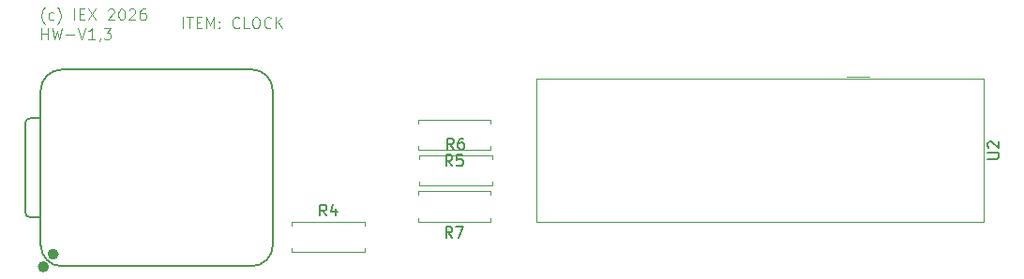
<source format=gbr>
%TF.GenerationSoftware,KiCad,Pcbnew,9.0.6*%
%TF.CreationDate,2026-01-12T08:11:24-05:00*%
%TF.ProjectId,clock,636c6f63-6b2e-46b6-9963-61645f706362,rev?*%
%TF.SameCoordinates,Original*%
%TF.FileFunction,Legend,Top*%
%TF.FilePolarity,Positive*%
%FSLAX46Y46*%
G04 Gerber Fmt 4.6, Leading zero omitted, Abs format (unit mm)*
G04 Created by KiCad (PCBNEW 9.0.6) date 2026-01-12 08:11:24*
%MOMM*%
%LPD*%
G01*
G04 APERTURE LIST*
%ADD10C,0.100000*%
%ADD11C,0.150000*%
%ADD12C,0.127000*%
%ADD13C,0.504000*%
%ADD14C,0.120000*%
G04 APERTURE END LIST*
D10*
X95053884Y-102372419D02*
X95053884Y-101372419D01*
X95387217Y-101372419D02*
X95958645Y-101372419D01*
X95672931Y-102372419D02*
X95672931Y-101372419D01*
X96291979Y-101848609D02*
X96625312Y-101848609D01*
X96768169Y-102372419D02*
X96291979Y-102372419D01*
X96291979Y-102372419D02*
X96291979Y-101372419D01*
X96291979Y-101372419D02*
X96768169Y-101372419D01*
X97196741Y-102372419D02*
X97196741Y-101372419D01*
X97196741Y-101372419D02*
X97530074Y-102086704D01*
X97530074Y-102086704D02*
X97863407Y-101372419D01*
X97863407Y-101372419D02*
X97863407Y-102372419D01*
X98339598Y-102277180D02*
X98387217Y-102324800D01*
X98387217Y-102324800D02*
X98339598Y-102372419D01*
X98339598Y-102372419D02*
X98291979Y-102324800D01*
X98291979Y-102324800D02*
X98339598Y-102277180D01*
X98339598Y-102277180D02*
X98339598Y-102372419D01*
X98339598Y-101753371D02*
X98387217Y-101800990D01*
X98387217Y-101800990D02*
X98339598Y-101848609D01*
X98339598Y-101848609D02*
X98291979Y-101800990D01*
X98291979Y-101800990D02*
X98339598Y-101753371D01*
X98339598Y-101753371D02*
X98339598Y-101848609D01*
X100149121Y-102277180D02*
X100101502Y-102324800D01*
X100101502Y-102324800D02*
X99958645Y-102372419D01*
X99958645Y-102372419D02*
X99863407Y-102372419D01*
X99863407Y-102372419D02*
X99720550Y-102324800D01*
X99720550Y-102324800D02*
X99625312Y-102229561D01*
X99625312Y-102229561D02*
X99577693Y-102134323D01*
X99577693Y-102134323D02*
X99530074Y-101943847D01*
X99530074Y-101943847D02*
X99530074Y-101800990D01*
X99530074Y-101800990D02*
X99577693Y-101610514D01*
X99577693Y-101610514D02*
X99625312Y-101515276D01*
X99625312Y-101515276D02*
X99720550Y-101420038D01*
X99720550Y-101420038D02*
X99863407Y-101372419D01*
X99863407Y-101372419D02*
X99958645Y-101372419D01*
X99958645Y-101372419D02*
X100101502Y-101420038D01*
X100101502Y-101420038D02*
X100149121Y-101467657D01*
X101053883Y-102372419D02*
X100577693Y-102372419D01*
X100577693Y-102372419D02*
X100577693Y-101372419D01*
X101577693Y-101372419D02*
X101768169Y-101372419D01*
X101768169Y-101372419D02*
X101863407Y-101420038D01*
X101863407Y-101420038D02*
X101958645Y-101515276D01*
X101958645Y-101515276D02*
X102006264Y-101705752D01*
X102006264Y-101705752D02*
X102006264Y-102039085D01*
X102006264Y-102039085D02*
X101958645Y-102229561D01*
X101958645Y-102229561D02*
X101863407Y-102324800D01*
X101863407Y-102324800D02*
X101768169Y-102372419D01*
X101768169Y-102372419D02*
X101577693Y-102372419D01*
X101577693Y-102372419D02*
X101482455Y-102324800D01*
X101482455Y-102324800D02*
X101387217Y-102229561D01*
X101387217Y-102229561D02*
X101339598Y-102039085D01*
X101339598Y-102039085D02*
X101339598Y-101705752D01*
X101339598Y-101705752D02*
X101387217Y-101515276D01*
X101387217Y-101515276D02*
X101482455Y-101420038D01*
X101482455Y-101420038D02*
X101577693Y-101372419D01*
X103006264Y-102277180D02*
X102958645Y-102324800D01*
X102958645Y-102324800D02*
X102815788Y-102372419D01*
X102815788Y-102372419D02*
X102720550Y-102372419D01*
X102720550Y-102372419D02*
X102577693Y-102324800D01*
X102577693Y-102324800D02*
X102482455Y-102229561D01*
X102482455Y-102229561D02*
X102434836Y-102134323D01*
X102434836Y-102134323D02*
X102387217Y-101943847D01*
X102387217Y-101943847D02*
X102387217Y-101800990D01*
X102387217Y-101800990D02*
X102434836Y-101610514D01*
X102434836Y-101610514D02*
X102482455Y-101515276D01*
X102482455Y-101515276D02*
X102577693Y-101420038D01*
X102577693Y-101420038D02*
X102720550Y-101372419D01*
X102720550Y-101372419D02*
X102815788Y-101372419D01*
X102815788Y-101372419D02*
X102958645Y-101420038D01*
X102958645Y-101420038D02*
X103006264Y-101467657D01*
X103434836Y-102372419D02*
X103434836Y-101372419D01*
X104006264Y-102372419D02*
X103577693Y-101800990D01*
X104006264Y-101372419D02*
X103434836Y-101943847D01*
X82303884Y-103372419D02*
X82303884Y-102372419D01*
X82303884Y-102848609D02*
X82875312Y-102848609D01*
X82875312Y-103372419D02*
X82875312Y-102372419D01*
X83256265Y-102372419D02*
X83494360Y-103372419D01*
X83494360Y-103372419D02*
X83684836Y-102658133D01*
X83684836Y-102658133D02*
X83875312Y-103372419D01*
X83875312Y-103372419D02*
X84113408Y-102372419D01*
X84494360Y-102991466D02*
X85256265Y-102991466D01*
X85589598Y-102372419D02*
X85922931Y-103372419D01*
X85922931Y-103372419D02*
X86256264Y-102372419D01*
X87113407Y-103372419D02*
X86541979Y-103372419D01*
X86827693Y-103372419D02*
X86827693Y-102372419D01*
X86827693Y-102372419D02*
X86732455Y-102515276D01*
X86732455Y-102515276D02*
X86637217Y-102610514D01*
X86637217Y-102610514D02*
X86541979Y-102658133D01*
X87589598Y-103324800D02*
X87589598Y-103372419D01*
X87589598Y-103372419D02*
X87541979Y-103467657D01*
X87541979Y-103467657D02*
X87494360Y-103515276D01*
X87922931Y-102372419D02*
X88541978Y-102372419D01*
X88541978Y-102372419D02*
X88208645Y-102753371D01*
X88208645Y-102753371D02*
X88351502Y-102753371D01*
X88351502Y-102753371D02*
X88446740Y-102800990D01*
X88446740Y-102800990D02*
X88494359Y-102848609D01*
X88494359Y-102848609D02*
X88541978Y-102943847D01*
X88541978Y-102943847D02*
X88541978Y-103181942D01*
X88541978Y-103181942D02*
X88494359Y-103277180D01*
X88494359Y-103277180D02*
X88446740Y-103324800D01*
X88446740Y-103324800D02*
X88351502Y-103372419D01*
X88351502Y-103372419D02*
X88065788Y-103372419D01*
X88065788Y-103372419D02*
X87970550Y-103324800D01*
X87970550Y-103324800D02*
X87922931Y-103277180D01*
X82589598Y-102003371D02*
X82541979Y-101955752D01*
X82541979Y-101955752D02*
X82446741Y-101812895D01*
X82446741Y-101812895D02*
X82399122Y-101717657D01*
X82399122Y-101717657D02*
X82351503Y-101574800D01*
X82351503Y-101574800D02*
X82303884Y-101336704D01*
X82303884Y-101336704D02*
X82303884Y-101146228D01*
X82303884Y-101146228D02*
X82351503Y-100908133D01*
X82351503Y-100908133D02*
X82399122Y-100765276D01*
X82399122Y-100765276D02*
X82446741Y-100670038D01*
X82446741Y-100670038D02*
X82541979Y-100527180D01*
X82541979Y-100527180D02*
X82589598Y-100479561D01*
X83399122Y-101574800D02*
X83303884Y-101622419D01*
X83303884Y-101622419D02*
X83113408Y-101622419D01*
X83113408Y-101622419D02*
X83018170Y-101574800D01*
X83018170Y-101574800D02*
X82970551Y-101527180D01*
X82970551Y-101527180D02*
X82922932Y-101431942D01*
X82922932Y-101431942D02*
X82922932Y-101146228D01*
X82922932Y-101146228D02*
X82970551Y-101050990D01*
X82970551Y-101050990D02*
X83018170Y-101003371D01*
X83018170Y-101003371D02*
X83113408Y-100955752D01*
X83113408Y-100955752D02*
X83303884Y-100955752D01*
X83303884Y-100955752D02*
X83399122Y-101003371D01*
X83732456Y-102003371D02*
X83780075Y-101955752D01*
X83780075Y-101955752D02*
X83875313Y-101812895D01*
X83875313Y-101812895D02*
X83922932Y-101717657D01*
X83922932Y-101717657D02*
X83970551Y-101574800D01*
X83970551Y-101574800D02*
X84018170Y-101336704D01*
X84018170Y-101336704D02*
X84018170Y-101146228D01*
X84018170Y-101146228D02*
X83970551Y-100908133D01*
X83970551Y-100908133D02*
X83922932Y-100765276D01*
X83922932Y-100765276D02*
X83875313Y-100670038D01*
X83875313Y-100670038D02*
X83780075Y-100527180D01*
X83780075Y-100527180D02*
X83732456Y-100479561D01*
X85256266Y-101622419D02*
X85256266Y-100622419D01*
X85732456Y-101098609D02*
X86065789Y-101098609D01*
X86208646Y-101622419D02*
X85732456Y-101622419D01*
X85732456Y-101622419D02*
X85732456Y-100622419D01*
X85732456Y-100622419D02*
X86208646Y-100622419D01*
X86541980Y-100622419D02*
X87208646Y-101622419D01*
X87208646Y-100622419D02*
X86541980Y-101622419D01*
X88303885Y-100717657D02*
X88351504Y-100670038D01*
X88351504Y-100670038D02*
X88446742Y-100622419D01*
X88446742Y-100622419D02*
X88684837Y-100622419D01*
X88684837Y-100622419D02*
X88780075Y-100670038D01*
X88780075Y-100670038D02*
X88827694Y-100717657D01*
X88827694Y-100717657D02*
X88875313Y-100812895D01*
X88875313Y-100812895D02*
X88875313Y-100908133D01*
X88875313Y-100908133D02*
X88827694Y-101050990D01*
X88827694Y-101050990D02*
X88256266Y-101622419D01*
X88256266Y-101622419D02*
X88875313Y-101622419D01*
X89494361Y-100622419D02*
X89589599Y-100622419D01*
X89589599Y-100622419D02*
X89684837Y-100670038D01*
X89684837Y-100670038D02*
X89732456Y-100717657D01*
X89732456Y-100717657D02*
X89780075Y-100812895D01*
X89780075Y-100812895D02*
X89827694Y-101003371D01*
X89827694Y-101003371D02*
X89827694Y-101241466D01*
X89827694Y-101241466D02*
X89780075Y-101431942D01*
X89780075Y-101431942D02*
X89732456Y-101527180D01*
X89732456Y-101527180D02*
X89684837Y-101574800D01*
X89684837Y-101574800D02*
X89589599Y-101622419D01*
X89589599Y-101622419D02*
X89494361Y-101622419D01*
X89494361Y-101622419D02*
X89399123Y-101574800D01*
X89399123Y-101574800D02*
X89351504Y-101527180D01*
X89351504Y-101527180D02*
X89303885Y-101431942D01*
X89303885Y-101431942D02*
X89256266Y-101241466D01*
X89256266Y-101241466D02*
X89256266Y-101003371D01*
X89256266Y-101003371D02*
X89303885Y-100812895D01*
X89303885Y-100812895D02*
X89351504Y-100717657D01*
X89351504Y-100717657D02*
X89399123Y-100670038D01*
X89399123Y-100670038D02*
X89494361Y-100622419D01*
X90208647Y-100717657D02*
X90256266Y-100670038D01*
X90256266Y-100670038D02*
X90351504Y-100622419D01*
X90351504Y-100622419D02*
X90589599Y-100622419D01*
X90589599Y-100622419D02*
X90684837Y-100670038D01*
X90684837Y-100670038D02*
X90732456Y-100717657D01*
X90732456Y-100717657D02*
X90780075Y-100812895D01*
X90780075Y-100812895D02*
X90780075Y-100908133D01*
X90780075Y-100908133D02*
X90732456Y-101050990D01*
X90732456Y-101050990D02*
X90161028Y-101622419D01*
X90161028Y-101622419D02*
X90780075Y-101622419D01*
X91637218Y-100622419D02*
X91446742Y-100622419D01*
X91446742Y-100622419D02*
X91351504Y-100670038D01*
X91351504Y-100670038D02*
X91303885Y-100717657D01*
X91303885Y-100717657D02*
X91208647Y-100860514D01*
X91208647Y-100860514D02*
X91161028Y-101050990D01*
X91161028Y-101050990D02*
X91161028Y-101431942D01*
X91161028Y-101431942D02*
X91208647Y-101527180D01*
X91208647Y-101527180D02*
X91256266Y-101574800D01*
X91256266Y-101574800D02*
X91351504Y-101622419D01*
X91351504Y-101622419D02*
X91541980Y-101622419D01*
X91541980Y-101622419D02*
X91637218Y-101574800D01*
X91637218Y-101574800D02*
X91684837Y-101527180D01*
X91684837Y-101527180D02*
X91732456Y-101431942D01*
X91732456Y-101431942D02*
X91732456Y-101193847D01*
X91732456Y-101193847D02*
X91684837Y-101098609D01*
X91684837Y-101098609D02*
X91637218Y-101050990D01*
X91637218Y-101050990D02*
X91541980Y-101003371D01*
X91541980Y-101003371D02*
X91351504Y-101003371D01*
X91351504Y-101003371D02*
X91256266Y-101050990D01*
X91256266Y-101050990D02*
X91208647Y-101098609D01*
X91208647Y-101098609D02*
X91161028Y-101193847D01*
D11*
X119523333Y-113334819D02*
X119190000Y-112858628D01*
X118951905Y-113334819D02*
X118951905Y-112334819D01*
X118951905Y-112334819D02*
X119332857Y-112334819D01*
X119332857Y-112334819D02*
X119428095Y-112382438D01*
X119428095Y-112382438D02*
X119475714Y-112430057D01*
X119475714Y-112430057D02*
X119523333Y-112525295D01*
X119523333Y-112525295D02*
X119523333Y-112668152D01*
X119523333Y-112668152D02*
X119475714Y-112763390D01*
X119475714Y-112763390D02*
X119428095Y-112811009D01*
X119428095Y-112811009D02*
X119332857Y-112858628D01*
X119332857Y-112858628D02*
X118951905Y-112858628D01*
X120380476Y-112334819D02*
X120190000Y-112334819D01*
X120190000Y-112334819D02*
X120094762Y-112382438D01*
X120094762Y-112382438D02*
X120047143Y-112430057D01*
X120047143Y-112430057D02*
X119951905Y-112572914D01*
X119951905Y-112572914D02*
X119904286Y-112763390D01*
X119904286Y-112763390D02*
X119904286Y-113144342D01*
X119904286Y-113144342D02*
X119951905Y-113239580D01*
X119951905Y-113239580D02*
X119999524Y-113287200D01*
X119999524Y-113287200D02*
X120094762Y-113334819D01*
X120094762Y-113334819D02*
X120285238Y-113334819D01*
X120285238Y-113334819D02*
X120380476Y-113287200D01*
X120380476Y-113287200D02*
X120428095Y-113239580D01*
X120428095Y-113239580D02*
X120475714Y-113144342D01*
X120475714Y-113144342D02*
X120475714Y-112906247D01*
X120475714Y-112906247D02*
X120428095Y-112811009D01*
X120428095Y-112811009D02*
X120380476Y-112763390D01*
X120380476Y-112763390D02*
X120285238Y-112715771D01*
X120285238Y-112715771D02*
X120094762Y-112715771D01*
X120094762Y-112715771D02*
X119999524Y-112763390D01*
X119999524Y-112763390D02*
X119951905Y-112811009D01*
X119951905Y-112811009D02*
X119904286Y-112906247D01*
X119393333Y-114824819D02*
X119060000Y-114348628D01*
X118821905Y-114824819D02*
X118821905Y-113824819D01*
X118821905Y-113824819D02*
X119202857Y-113824819D01*
X119202857Y-113824819D02*
X119298095Y-113872438D01*
X119298095Y-113872438D02*
X119345714Y-113920057D01*
X119345714Y-113920057D02*
X119393333Y-114015295D01*
X119393333Y-114015295D02*
X119393333Y-114158152D01*
X119393333Y-114158152D02*
X119345714Y-114253390D01*
X119345714Y-114253390D02*
X119298095Y-114301009D01*
X119298095Y-114301009D02*
X119202857Y-114348628D01*
X119202857Y-114348628D02*
X118821905Y-114348628D01*
X120298095Y-113824819D02*
X119821905Y-113824819D01*
X119821905Y-113824819D02*
X119774286Y-114301009D01*
X119774286Y-114301009D02*
X119821905Y-114253390D01*
X119821905Y-114253390D02*
X119917143Y-114205771D01*
X119917143Y-114205771D02*
X120155238Y-114205771D01*
X120155238Y-114205771D02*
X120250476Y-114253390D01*
X120250476Y-114253390D02*
X120298095Y-114301009D01*
X120298095Y-114301009D02*
X120345714Y-114396247D01*
X120345714Y-114396247D02*
X120345714Y-114634342D01*
X120345714Y-114634342D02*
X120298095Y-114729580D01*
X120298095Y-114729580D02*
X120250476Y-114777200D01*
X120250476Y-114777200D02*
X120155238Y-114824819D01*
X120155238Y-114824819D02*
X119917143Y-114824819D01*
X119917143Y-114824819D02*
X119821905Y-114777200D01*
X119821905Y-114777200D02*
X119774286Y-114729580D01*
X108023333Y-119334819D02*
X107690000Y-118858628D01*
X107451905Y-119334819D02*
X107451905Y-118334819D01*
X107451905Y-118334819D02*
X107832857Y-118334819D01*
X107832857Y-118334819D02*
X107928095Y-118382438D01*
X107928095Y-118382438D02*
X107975714Y-118430057D01*
X107975714Y-118430057D02*
X108023333Y-118525295D01*
X108023333Y-118525295D02*
X108023333Y-118668152D01*
X108023333Y-118668152D02*
X107975714Y-118763390D01*
X107975714Y-118763390D02*
X107928095Y-118811009D01*
X107928095Y-118811009D02*
X107832857Y-118858628D01*
X107832857Y-118858628D02*
X107451905Y-118858628D01*
X108880476Y-118668152D02*
X108880476Y-119334819D01*
X108642381Y-118287200D02*
X108404286Y-119001485D01*
X108404286Y-119001485D02*
X109023333Y-119001485D01*
X167734819Y-114181904D02*
X168544342Y-114181904D01*
X168544342Y-114181904D02*
X168639580Y-114134285D01*
X168639580Y-114134285D02*
X168687200Y-114086666D01*
X168687200Y-114086666D02*
X168734819Y-113991428D01*
X168734819Y-113991428D02*
X168734819Y-113800952D01*
X168734819Y-113800952D02*
X168687200Y-113705714D01*
X168687200Y-113705714D02*
X168639580Y-113658095D01*
X168639580Y-113658095D02*
X168544342Y-113610476D01*
X168544342Y-113610476D02*
X167734819Y-113610476D01*
X167830057Y-113181904D02*
X167782438Y-113134285D01*
X167782438Y-113134285D02*
X167734819Y-113039047D01*
X167734819Y-113039047D02*
X167734819Y-112800952D01*
X167734819Y-112800952D02*
X167782438Y-112705714D01*
X167782438Y-112705714D02*
X167830057Y-112658095D01*
X167830057Y-112658095D02*
X167925295Y-112610476D01*
X167925295Y-112610476D02*
X168020533Y-112610476D01*
X168020533Y-112610476D02*
X168163390Y-112658095D01*
X168163390Y-112658095D02*
X168734819Y-113229523D01*
X168734819Y-113229523D02*
X168734819Y-112610476D01*
X119393333Y-121324819D02*
X119060000Y-120848628D01*
X118821905Y-121324819D02*
X118821905Y-120324819D01*
X118821905Y-120324819D02*
X119202857Y-120324819D01*
X119202857Y-120324819D02*
X119298095Y-120372438D01*
X119298095Y-120372438D02*
X119345714Y-120420057D01*
X119345714Y-120420057D02*
X119393333Y-120515295D01*
X119393333Y-120515295D02*
X119393333Y-120658152D01*
X119393333Y-120658152D02*
X119345714Y-120753390D01*
X119345714Y-120753390D02*
X119298095Y-120801009D01*
X119298095Y-120801009D02*
X119202857Y-120848628D01*
X119202857Y-120848628D02*
X118821905Y-120848628D01*
X119726667Y-120324819D02*
X120393333Y-120324819D01*
X120393333Y-120324819D02*
X119964762Y-121324819D01*
D12*
%TO.C,U1*%
X80817500Y-118991272D02*
X80817500Y-110996000D01*
X81317500Y-110496000D02*
X82227500Y-110496000D01*
D10*
X82227500Y-108015000D02*
X82227500Y-121985000D01*
D12*
X82227500Y-108015000D02*
X82227500Y-121985000D01*
X82227500Y-119495000D02*
X81317228Y-119491272D01*
X101277500Y-106110000D02*
X84132500Y-106110000D01*
X101277500Y-123890000D02*
X84132500Y-123890000D01*
X103182500Y-121985000D02*
X103182500Y-108015000D01*
X80817500Y-110996000D02*
G75*
G02*
X81317500Y-110496000I500000J0D01*
G01*
X81317228Y-119491272D02*
G75*
G02*
X80817501Y-118991272I291J500018D01*
G01*
X82227500Y-108015000D02*
G75*
G02*
X84132500Y-106110000I1905000J0D01*
G01*
X84132500Y-123890000D02*
G75*
G02*
X82227500Y-121985000I1J1905001D01*
G01*
X101277500Y-106110000D02*
G75*
G02*
X103182500Y-108015000I0J-1905000D01*
G01*
X103182500Y-121985000D02*
G75*
G02*
X101277500Y-123890000I-1905001J1D01*
G01*
D13*
X82720500Y-123950000D02*
G75*
G02*
X82216500Y-123950000I-252000J0D01*
G01*
X82216500Y-123950000D02*
G75*
G02*
X82720500Y-123950000I252000J0D01*
G01*
X83600500Y-122807000D02*
G75*
G02*
X83096500Y-122807000I-252000J0D01*
G01*
X83096500Y-122807000D02*
G75*
G02*
X83600500Y-122807000I252000J0D01*
G01*
D14*
%TO.C,R6*%
X116420000Y-113880000D02*
X122960000Y-113880000D01*
X116420000Y-114210000D02*
X116420000Y-113880000D01*
X116420000Y-116290000D02*
X116420000Y-116620000D01*
X116420000Y-116620000D02*
X122960000Y-116620000D01*
X122960000Y-113880000D02*
X122960000Y-114210000D01*
X122960000Y-116620000D02*
X122960000Y-116290000D01*
%TO.C,R5*%
X116290000Y-110630000D02*
X116290000Y-110960000D01*
X116290000Y-113370000D02*
X116290000Y-113040000D01*
X122830000Y-110630000D02*
X116290000Y-110630000D01*
X122830000Y-110960000D02*
X122830000Y-110630000D01*
X122830000Y-113040000D02*
X122830000Y-113370000D01*
X122830000Y-113370000D02*
X116290000Y-113370000D01*
%TO.C,R4*%
X104920000Y-119880000D02*
X111460000Y-119880000D01*
X104920000Y-120210000D02*
X104920000Y-119880000D01*
X104920000Y-122290000D02*
X104920000Y-122620000D01*
X104920000Y-122620000D02*
X111460000Y-122620000D01*
X111460000Y-119880000D02*
X111460000Y-120210000D01*
X111460000Y-122620000D02*
X111460000Y-122290000D01*
%TO.C,U2*%
X126940000Y-106910000D02*
X126940000Y-119930000D01*
X157030000Y-106740000D02*
X155030000Y-106740000D01*
X167340000Y-106910000D02*
X126940000Y-106910000D01*
X167340000Y-106910000D02*
X167340000Y-119930000D01*
X167340000Y-119930000D02*
X126940000Y-119930000D01*
%TO.C,R7*%
X116290000Y-117130000D02*
X116290000Y-117460000D01*
X116290000Y-119870000D02*
X116290000Y-119540000D01*
X122830000Y-117130000D02*
X116290000Y-117130000D01*
X122830000Y-117460000D02*
X122830000Y-117130000D01*
X122830000Y-119540000D02*
X122830000Y-119870000D01*
X122830000Y-119870000D02*
X116290000Y-119870000D01*
%TD*%
M02*

</source>
